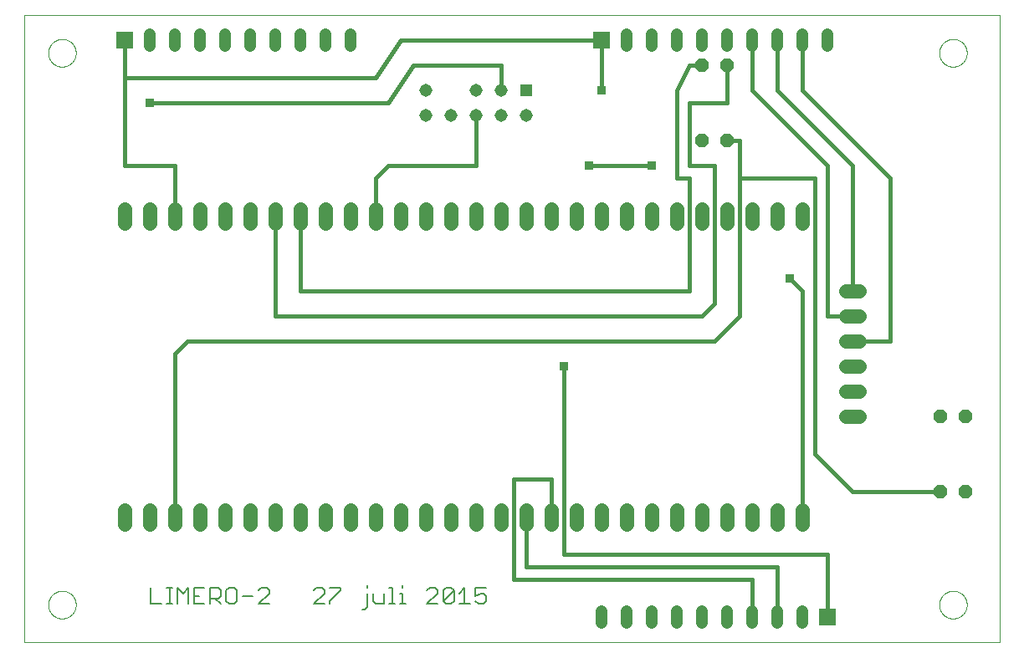
<source format=gtl>
G75*
%MOIN*%
%OFA0B0*%
%FSLAX25Y25*%
%IPPOS*%
%LPD*%
%AMOC8*
5,1,8,0,0,1.08239X$1,22.5*
%
%ADD10C,0.00000*%
%ADD11C,0.00600*%
%ADD12C,0.05543*%
%ADD13R,0.07000X0.07000*%
%ADD14C,0.04756*%
%ADD15C,0.05150*%
%ADD16R,0.05150X0.05150*%
%ADD17OC8,0.05200*%
%ADD18R,0.03562X0.03562*%
%ADD19C,0.01600*%
D10*
X0001000Y0008000D02*
X0001000Y0257961D01*
X0389701Y0257961D01*
X0389701Y0008000D01*
X0001000Y0008000D01*
X0010488Y0023000D02*
X0010490Y0023148D01*
X0010496Y0023296D01*
X0010506Y0023444D01*
X0010520Y0023591D01*
X0010538Y0023738D01*
X0010559Y0023884D01*
X0010585Y0024030D01*
X0010615Y0024175D01*
X0010648Y0024319D01*
X0010686Y0024462D01*
X0010727Y0024604D01*
X0010772Y0024745D01*
X0010820Y0024885D01*
X0010873Y0025024D01*
X0010929Y0025161D01*
X0010989Y0025296D01*
X0011052Y0025430D01*
X0011119Y0025562D01*
X0011190Y0025692D01*
X0011264Y0025820D01*
X0011341Y0025946D01*
X0011422Y0026070D01*
X0011506Y0026192D01*
X0011593Y0026311D01*
X0011684Y0026428D01*
X0011778Y0026543D01*
X0011874Y0026655D01*
X0011974Y0026765D01*
X0012076Y0026871D01*
X0012182Y0026975D01*
X0012290Y0027076D01*
X0012401Y0027174D01*
X0012514Y0027270D01*
X0012630Y0027362D01*
X0012748Y0027451D01*
X0012869Y0027536D01*
X0012992Y0027619D01*
X0013117Y0027698D01*
X0013244Y0027774D01*
X0013373Y0027846D01*
X0013504Y0027915D01*
X0013637Y0027980D01*
X0013772Y0028041D01*
X0013908Y0028099D01*
X0014045Y0028154D01*
X0014184Y0028204D01*
X0014325Y0028251D01*
X0014466Y0028294D01*
X0014609Y0028334D01*
X0014753Y0028369D01*
X0014897Y0028401D01*
X0015043Y0028428D01*
X0015189Y0028452D01*
X0015336Y0028472D01*
X0015483Y0028488D01*
X0015630Y0028500D01*
X0015778Y0028508D01*
X0015926Y0028512D01*
X0016074Y0028512D01*
X0016222Y0028508D01*
X0016370Y0028500D01*
X0016517Y0028488D01*
X0016664Y0028472D01*
X0016811Y0028452D01*
X0016957Y0028428D01*
X0017103Y0028401D01*
X0017247Y0028369D01*
X0017391Y0028334D01*
X0017534Y0028294D01*
X0017675Y0028251D01*
X0017816Y0028204D01*
X0017955Y0028154D01*
X0018092Y0028099D01*
X0018228Y0028041D01*
X0018363Y0027980D01*
X0018496Y0027915D01*
X0018627Y0027846D01*
X0018756Y0027774D01*
X0018883Y0027698D01*
X0019008Y0027619D01*
X0019131Y0027536D01*
X0019252Y0027451D01*
X0019370Y0027362D01*
X0019486Y0027270D01*
X0019599Y0027174D01*
X0019710Y0027076D01*
X0019818Y0026975D01*
X0019924Y0026871D01*
X0020026Y0026765D01*
X0020126Y0026655D01*
X0020222Y0026543D01*
X0020316Y0026428D01*
X0020407Y0026311D01*
X0020494Y0026192D01*
X0020578Y0026070D01*
X0020659Y0025946D01*
X0020736Y0025820D01*
X0020810Y0025692D01*
X0020881Y0025562D01*
X0020948Y0025430D01*
X0021011Y0025296D01*
X0021071Y0025161D01*
X0021127Y0025024D01*
X0021180Y0024885D01*
X0021228Y0024745D01*
X0021273Y0024604D01*
X0021314Y0024462D01*
X0021352Y0024319D01*
X0021385Y0024175D01*
X0021415Y0024030D01*
X0021441Y0023884D01*
X0021462Y0023738D01*
X0021480Y0023591D01*
X0021494Y0023444D01*
X0021504Y0023296D01*
X0021510Y0023148D01*
X0021512Y0023000D01*
X0021510Y0022852D01*
X0021504Y0022704D01*
X0021494Y0022556D01*
X0021480Y0022409D01*
X0021462Y0022262D01*
X0021441Y0022116D01*
X0021415Y0021970D01*
X0021385Y0021825D01*
X0021352Y0021681D01*
X0021314Y0021538D01*
X0021273Y0021396D01*
X0021228Y0021255D01*
X0021180Y0021115D01*
X0021127Y0020976D01*
X0021071Y0020839D01*
X0021011Y0020704D01*
X0020948Y0020570D01*
X0020881Y0020438D01*
X0020810Y0020308D01*
X0020736Y0020180D01*
X0020659Y0020054D01*
X0020578Y0019930D01*
X0020494Y0019808D01*
X0020407Y0019689D01*
X0020316Y0019572D01*
X0020222Y0019457D01*
X0020126Y0019345D01*
X0020026Y0019235D01*
X0019924Y0019129D01*
X0019818Y0019025D01*
X0019710Y0018924D01*
X0019599Y0018826D01*
X0019486Y0018730D01*
X0019370Y0018638D01*
X0019252Y0018549D01*
X0019131Y0018464D01*
X0019008Y0018381D01*
X0018883Y0018302D01*
X0018756Y0018226D01*
X0018627Y0018154D01*
X0018496Y0018085D01*
X0018363Y0018020D01*
X0018228Y0017959D01*
X0018092Y0017901D01*
X0017955Y0017846D01*
X0017816Y0017796D01*
X0017675Y0017749D01*
X0017534Y0017706D01*
X0017391Y0017666D01*
X0017247Y0017631D01*
X0017103Y0017599D01*
X0016957Y0017572D01*
X0016811Y0017548D01*
X0016664Y0017528D01*
X0016517Y0017512D01*
X0016370Y0017500D01*
X0016222Y0017492D01*
X0016074Y0017488D01*
X0015926Y0017488D01*
X0015778Y0017492D01*
X0015630Y0017500D01*
X0015483Y0017512D01*
X0015336Y0017528D01*
X0015189Y0017548D01*
X0015043Y0017572D01*
X0014897Y0017599D01*
X0014753Y0017631D01*
X0014609Y0017666D01*
X0014466Y0017706D01*
X0014325Y0017749D01*
X0014184Y0017796D01*
X0014045Y0017846D01*
X0013908Y0017901D01*
X0013772Y0017959D01*
X0013637Y0018020D01*
X0013504Y0018085D01*
X0013373Y0018154D01*
X0013244Y0018226D01*
X0013117Y0018302D01*
X0012992Y0018381D01*
X0012869Y0018464D01*
X0012748Y0018549D01*
X0012630Y0018638D01*
X0012514Y0018730D01*
X0012401Y0018826D01*
X0012290Y0018924D01*
X0012182Y0019025D01*
X0012076Y0019129D01*
X0011974Y0019235D01*
X0011874Y0019345D01*
X0011778Y0019457D01*
X0011684Y0019572D01*
X0011593Y0019689D01*
X0011506Y0019808D01*
X0011422Y0019930D01*
X0011341Y0020054D01*
X0011264Y0020180D01*
X0011190Y0020308D01*
X0011119Y0020438D01*
X0011052Y0020570D01*
X0010989Y0020704D01*
X0010929Y0020839D01*
X0010873Y0020976D01*
X0010820Y0021115D01*
X0010772Y0021255D01*
X0010727Y0021396D01*
X0010686Y0021538D01*
X0010648Y0021681D01*
X0010615Y0021825D01*
X0010585Y0021970D01*
X0010559Y0022116D01*
X0010538Y0022262D01*
X0010520Y0022409D01*
X0010506Y0022556D01*
X0010496Y0022704D01*
X0010490Y0022852D01*
X0010488Y0023000D01*
X0010488Y0243000D02*
X0010490Y0243148D01*
X0010496Y0243296D01*
X0010506Y0243444D01*
X0010520Y0243591D01*
X0010538Y0243738D01*
X0010559Y0243884D01*
X0010585Y0244030D01*
X0010615Y0244175D01*
X0010648Y0244319D01*
X0010686Y0244462D01*
X0010727Y0244604D01*
X0010772Y0244745D01*
X0010820Y0244885D01*
X0010873Y0245024D01*
X0010929Y0245161D01*
X0010989Y0245296D01*
X0011052Y0245430D01*
X0011119Y0245562D01*
X0011190Y0245692D01*
X0011264Y0245820D01*
X0011341Y0245946D01*
X0011422Y0246070D01*
X0011506Y0246192D01*
X0011593Y0246311D01*
X0011684Y0246428D01*
X0011778Y0246543D01*
X0011874Y0246655D01*
X0011974Y0246765D01*
X0012076Y0246871D01*
X0012182Y0246975D01*
X0012290Y0247076D01*
X0012401Y0247174D01*
X0012514Y0247270D01*
X0012630Y0247362D01*
X0012748Y0247451D01*
X0012869Y0247536D01*
X0012992Y0247619D01*
X0013117Y0247698D01*
X0013244Y0247774D01*
X0013373Y0247846D01*
X0013504Y0247915D01*
X0013637Y0247980D01*
X0013772Y0248041D01*
X0013908Y0248099D01*
X0014045Y0248154D01*
X0014184Y0248204D01*
X0014325Y0248251D01*
X0014466Y0248294D01*
X0014609Y0248334D01*
X0014753Y0248369D01*
X0014897Y0248401D01*
X0015043Y0248428D01*
X0015189Y0248452D01*
X0015336Y0248472D01*
X0015483Y0248488D01*
X0015630Y0248500D01*
X0015778Y0248508D01*
X0015926Y0248512D01*
X0016074Y0248512D01*
X0016222Y0248508D01*
X0016370Y0248500D01*
X0016517Y0248488D01*
X0016664Y0248472D01*
X0016811Y0248452D01*
X0016957Y0248428D01*
X0017103Y0248401D01*
X0017247Y0248369D01*
X0017391Y0248334D01*
X0017534Y0248294D01*
X0017675Y0248251D01*
X0017816Y0248204D01*
X0017955Y0248154D01*
X0018092Y0248099D01*
X0018228Y0248041D01*
X0018363Y0247980D01*
X0018496Y0247915D01*
X0018627Y0247846D01*
X0018756Y0247774D01*
X0018883Y0247698D01*
X0019008Y0247619D01*
X0019131Y0247536D01*
X0019252Y0247451D01*
X0019370Y0247362D01*
X0019486Y0247270D01*
X0019599Y0247174D01*
X0019710Y0247076D01*
X0019818Y0246975D01*
X0019924Y0246871D01*
X0020026Y0246765D01*
X0020126Y0246655D01*
X0020222Y0246543D01*
X0020316Y0246428D01*
X0020407Y0246311D01*
X0020494Y0246192D01*
X0020578Y0246070D01*
X0020659Y0245946D01*
X0020736Y0245820D01*
X0020810Y0245692D01*
X0020881Y0245562D01*
X0020948Y0245430D01*
X0021011Y0245296D01*
X0021071Y0245161D01*
X0021127Y0245024D01*
X0021180Y0244885D01*
X0021228Y0244745D01*
X0021273Y0244604D01*
X0021314Y0244462D01*
X0021352Y0244319D01*
X0021385Y0244175D01*
X0021415Y0244030D01*
X0021441Y0243884D01*
X0021462Y0243738D01*
X0021480Y0243591D01*
X0021494Y0243444D01*
X0021504Y0243296D01*
X0021510Y0243148D01*
X0021512Y0243000D01*
X0021510Y0242852D01*
X0021504Y0242704D01*
X0021494Y0242556D01*
X0021480Y0242409D01*
X0021462Y0242262D01*
X0021441Y0242116D01*
X0021415Y0241970D01*
X0021385Y0241825D01*
X0021352Y0241681D01*
X0021314Y0241538D01*
X0021273Y0241396D01*
X0021228Y0241255D01*
X0021180Y0241115D01*
X0021127Y0240976D01*
X0021071Y0240839D01*
X0021011Y0240704D01*
X0020948Y0240570D01*
X0020881Y0240438D01*
X0020810Y0240308D01*
X0020736Y0240180D01*
X0020659Y0240054D01*
X0020578Y0239930D01*
X0020494Y0239808D01*
X0020407Y0239689D01*
X0020316Y0239572D01*
X0020222Y0239457D01*
X0020126Y0239345D01*
X0020026Y0239235D01*
X0019924Y0239129D01*
X0019818Y0239025D01*
X0019710Y0238924D01*
X0019599Y0238826D01*
X0019486Y0238730D01*
X0019370Y0238638D01*
X0019252Y0238549D01*
X0019131Y0238464D01*
X0019008Y0238381D01*
X0018883Y0238302D01*
X0018756Y0238226D01*
X0018627Y0238154D01*
X0018496Y0238085D01*
X0018363Y0238020D01*
X0018228Y0237959D01*
X0018092Y0237901D01*
X0017955Y0237846D01*
X0017816Y0237796D01*
X0017675Y0237749D01*
X0017534Y0237706D01*
X0017391Y0237666D01*
X0017247Y0237631D01*
X0017103Y0237599D01*
X0016957Y0237572D01*
X0016811Y0237548D01*
X0016664Y0237528D01*
X0016517Y0237512D01*
X0016370Y0237500D01*
X0016222Y0237492D01*
X0016074Y0237488D01*
X0015926Y0237488D01*
X0015778Y0237492D01*
X0015630Y0237500D01*
X0015483Y0237512D01*
X0015336Y0237528D01*
X0015189Y0237548D01*
X0015043Y0237572D01*
X0014897Y0237599D01*
X0014753Y0237631D01*
X0014609Y0237666D01*
X0014466Y0237706D01*
X0014325Y0237749D01*
X0014184Y0237796D01*
X0014045Y0237846D01*
X0013908Y0237901D01*
X0013772Y0237959D01*
X0013637Y0238020D01*
X0013504Y0238085D01*
X0013373Y0238154D01*
X0013244Y0238226D01*
X0013117Y0238302D01*
X0012992Y0238381D01*
X0012869Y0238464D01*
X0012748Y0238549D01*
X0012630Y0238638D01*
X0012514Y0238730D01*
X0012401Y0238826D01*
X0012290Y0238924D01*
X0012182Y0239025D01*
X0012076Y0239129D01*
X0011974Y0239235D01*
X0011874Y0239345D01*
X0011778Y0239457D01*
X0011684Y0239572D01*
X0011593Y0239689D01*
X0011506Y0239808D01*
X0011422Y0239930D01*
X0011341Y0240054D01*
X0011264Y0240180D01*
X0011190Y0240308D01*
X0011119Y0240438D01*
X0011052Y0240570D01*
X0010989Y0240704D01*
X0010929Y0240839D01*
X0010873Y0240976D01*
X0010820Y0241115D01*
X0010772Y0241255D01*
X0010727Y0241396D01*
X0010686Y0241538D01*
X0010648Y0241681D01*
X0010615Y0241825D01*
X0010585Y0241970D01*
X0010559Y0242116D01*
X0010538Y0242262D01*
X0010520Y0242409D01*
X0010506Y0242556D01*
X0010496Y0242704D01*
X0010490Y0242852D01*
X0010488Y0243000D01*
X0365488Y0243000D02*
X0365490Y0243148D01*
X0365496Y0243296D01*
X0365506Y0243444D01*
X0365520Y0243591D01*
X0365538Y0243738D01*
X0365559Y0243884D01*
X0365585Y0244030D01*
X0365615Y0244175D01*
X0365648Y0244319D01*
X0365686Y0244462D01*
X0365727Y0244604D01*
X0365772Y0244745D01*
X0365820Y0244885D01*
X0365873Y0245024D01*
X0365929Y0245161D01*
X0365989Y0245296D01*
X0366052Y0245430D01*
X0366119Y0245562D01*
X0366190Y0245692D01*
X0366264Y0245820D01*
X0366341Y0245946D01*
X0366422Y0246070D01*
X0366506Y0246192D01*
X0366593Y0246311D01*
X0366684Y0246428D01*
X0366778Y0246543D01*
X0366874Y0246655D01*
X0366974Y0246765D01*
X0367076Y0246871D01*
X0367182Y0246975D01*
X0367290Y0247076D01*
X0367401Y0247174D01*
X0367514Y0247270D01*
X0367630Y0247362D01*
X0367748Y0247451D01*
X0367869Y0247536D01*
X0367992Y0247619D01*
X0368117Y0247698D01*
X0368244Y0247774D01*
X0368373Y0247846D01*
X0368504Y0247915D01*
X0368637Y0247980D01*
X0368772Y0248041D01*
X0368908Y0248099D01*
X0369045Y0248154D01*
X0369184Y0248204D01*
X0369325Y0248251D01*
X0369466Y0248294D01*
X0369609Y0248334D01*
X0369753Y0248369D01*
X0369897Y0248401D01*
X0370043Y0248428D01*
X0370189Y0248452D01*
X0370336Y0248472D01*
X0370483Y0248488D01*
X0370630Y0248500D01*
X0370778Y0248508D01*
X0370926Y0248512D01*
X0371074Y0248512D01*
X0371222Y0248508D01*
X0371370Y0248500D01*
X0371517Y0248488D01*
X0371664Y0248472D01*
X0371811Y0248452D01*
X0371957Y0248428D01*
X0372103Y0248401D01*
X0372247Y0248369D01*
X0372391Y0248334D01*
X0372534Y0248294D01*
X0372675Y0248251D01*
X0372816Y0248204D01*
X0372955Y0248154D01*
X0373092Y0248099D01*
X0373228Y0248041D01*
X0373363Y0247980D01*
X0373496Y0247915D01*
X0373627Y0247846D01*
X0373756Y0247774D01*
X0373883Y0247698D01*
X0374008Y0247619D01*
X0374131Y0247536D01*
X0374252Y0247451D01*
X0374370Y0247362D01*
X0374486Y0247270D01*
X0374599Y0247174D01*
X0374710Y0247076D01*
X0374818Y0246975D01*
X0374924Y0246871D01*
X0375026Y0246765D01*
X0375126Y0246655D01*
X0375222Y0246543D01*
X0375316Y0246428D01*
X0375407Y0246311D01*
X0375494Y0246192D01*
X0375578Y0246070D01*
X0375659Y0245946D01*
X0375736Y0245820D01*
X0375810Y0245692D01*
X0375881Y0245562D01*
X0375948Y0245430D01*
X0376011Y0245296D01*
X0376071Y0245161D01*
X0376127Y0245024D01*
X0376180Y0244885D01*
X0376228Y0244745D01*
X0376273Y0244604D01*
X0376314Y0244462D01*
X0376352Y0244319D01*
X0376385Y0244175D01*
X0376415Y0244030D01*
X0376441Y0243884D01*
X0376462Y0243738D01*
X0376480Y0243591D01*
X0376494Y0243444D01*
X0376504Y0243296D01*
X0376510Y0243148D01*
X0376512Y0243000D01*
X0376510Y0242852D01*
X0376504Y0242704D01*
X0376494Y0242556D01*
X0376480Y0242409D01*
X0376462Y0242262D01*
X0376441Y0242116D01*
X0376415Y0241970D01*
X0376385Y0241825D01*
X0376352Y0241681D01*
X0376314Y0241538D01*
X0376273Y0241396D01*
X0376228Y0241255D01*
X0376180Y0241115D01*
X0376127Y0240976D01*
X0376071Y0240839D01*
X0376011Y0240704D01*
X0375948Y0240570D01*
X0375881Y0240438D01*
X0375810Y0240308D01*
X0375736Y0240180D01*
X0375659Y0240054D01*
X0375578Y0239930D01*
X0375494Y0239808D01*
X0375407Y0239689D01*
X0375316Y0239572D01*
X0375222Y0239457D01*
X0375126Y0239345D01*
X0375026Y0239235D01*
X0374924Y0239129D01*
X0374818Y0239025D01*
X0374710Y0238924D01*
X0374599Y0238826D01*
X0374486Y0238730D01*
X0374370Y0238638D01*
X0374252Y0238549D01*
X0374131Y0238464D01*
X0374008Y0238381D01*
X0373883Y0238302D01*
X0373756Y0238226D01*
X0373627Y0238154D01*
X0373496Y0238085D01*
X0373363Y0238020D01*
X0373228Y0237959D01*
X0373092Y0237901D01*
X0372955Y0237846D01*
X0372816Y0237796D01*
X0372675Y0237749D01*
X0372534Y0237706D01*
X0372391Y0237666D01*
X0372247Y0237631D01*
X0372103Y0237599D01*
X0371957Y0237572D01*
X0371811Y0237548D01*
X0371664Y0237528D01*
X0371517Y0237512D01*
X0371370Y0237500D01*
X0371222Y0237492D01*
X0371074Y0237488D01*
X0370926Y0237488D01*
X0370778Y0237492D01*
X0370630Y0237500D01*
X0370483Y0237512D01*
X0370336Y0237528D01*
X0370189Y0237548D01*
X0370043Y0237572D01*
X0369897Y0237599D01*
X0369753Y0237631D01*
X0369609Y0237666D01*
X0369466Y0237706D01*
X0369325Y0237749D01*
X0369184Y0237796D01*
X0369045Y0237846D01*
X0368908Y0237901D01*
X0368772Y0237959D01*
X0368637Y0238020D01*
X0368504Y0238085D01*
X0368373Y0238154D01*
X0368244Y0238226D01*
X0368117Y0238302D01*
X0367992Y0238381D01*
X0367869Y0238464D01*
X0367748Y0238549D01*
X0367630Y0238638D01*
X0367514Y0238730D01*
X0367401Y0238826D01*
X0367290Y0238924D01*
X0367182Y0239025D01*
X0367076Y0239129D01*
X0366974Y0239235D01*
X0366874Y0239345D01*
X0366778Y0239457D01*
X0366684Y0239572D01*
X0366593Y0239689D01*
X0366506Y0239808D01*
X0366422Y0239930D01*
X0366341Y0240054D01*
X0366264Y0240180D01*
X0366190Y0240308D01*
X0366119Y0240438D01*
X0366052Y0240570D01*
X0365989Y0240704D01*
X0365929Y0240839D01*
X0365873Y0240976D01*
X0365820Y0241115D01*
X0365772Y0241255D01*
X0365727Y0241396D01*
X0365686Y0241538D01*
X0365648Y0241681D01*
X0365615Y0241825D01*
X0365585Y0241970D01*
X0365559Y0242116D01*
X0365538Y0242262D01*
X0365520Y0242409D01*
X0365506Y0242556D01*
X0365496Y0242704D01*
X0365490Y0242852D01*
X0365488Y0243000D01*
X0365488Y0023000D02*
X0365490Y0023148D01*
X0365496Y0023296D01*
X0365506Y0023444D01*
X0365520Y0023591D01*
X0365538Y0023738D01*
X0365559Y0023884D01*
X0365585Y0024030D01*
X0365615Y0024175D01*
X0365648Y0024319D01*
X0365686Y0024462D01*
X0365727Y0024604D01*
X0365772Y0024745D01*
X0365820Y0024885D01*
X0365873Y0025024D01*
X0365929Y0025161D01*
X0365989Y0025296D01*
X0366052Y0025430D01*
X0366119Y0025562D01*
X0366190Y0025692D01*
X0366264Y0025820D01*
X0366341Y0025946D01*
X0366422Y0026070D01*
X0366506Y0026192D01*
X0366593Y0026311D01*
X0366684Y0026428D01*
X0366778Y0026543D01*
X0366874Y0026655D01*
X0366974Y0026765D01*
X0367076Y0026871D01*
X0367182Y0026975D01*
X0367290Y0027076D01*
X0367401Y0027174D01*
X0367514Y0027270D01*
X0367630Y0027362D01*
X0367748Y0027451D01*
X0367869Y0027536D01*
X0367992Y0027619D01*
X0368117Y0027698D01*
X0368244Y0027774D01*
X0368373Y0027846D01*
X0368504Y0027915D01*
X0368637Y0027980D01*
X0368772Y0028041D01*
X0368908Y0028099D01*
X0369045Y0028154D01*
X0369184Y0028204D01*
X0369325Y0028251D01*
X0369466Y0028294D01*
X0369609Y0028334D01*
X0369753Y0028369D01*
X0369897Y0028401D01*
X0370043Y0028428D01*
X0370189Y0028452D01*
X0370336Y0028472D01*
X0370483Y0028488D01*
X0370630Y0028500D01*
X0370778Y0028508D01*
X0370926Y0028512D01*
X0371074Y0028512D01*
X0371222Y0028508D01*
X0371370Y0028500D01*
X0371517Y0028488D01*
X0371664Y0028472D01*
X0371811Y0028452D01*
X0371957Y0028428D01*
X0372103Y0028401D01*
X0372247Y0028369D01*
X0372391Y0028334D01*
X0372534Y0028294D01*
X0372675Y0028251D01*
X0372816Y0028204D01*
X0372955Y0028154D01*
X0373092Y0028099D01*
X0373228Y0028041D01*
X0373363Y0027980D01*
X0373496Y0027915D01*
X0373627Y0027846D01*
X0373756Y0027774D01*
X0373883Y0027698D01*
X0374008Y0027619D01*
X0374131Y0027536D01*
X0374252Y0027451D01*
X0374370Y0027362D01*
X0374486Y0027270D01*
X0374599Y0027174D01*
X0374710Y0027076D01*
X0374818Y0026975D01*
X0374924Y0026871D01*
X0375026Y0026765D01*
X0375126Y0026655D01*
X0375222Y0026543D01*
X0375316Y0026428D01*
X0375407Y0026311D01*
X0375494Y0026192D01*
X0375578Y0026070D01*
X0375659Y0025946D01*
X0375736Y0025820D01*
X0375810Y0025692D01*
X0375881Y0025562D01*
X0375948Y0025430D01*
X0376011Y0025296D01*
X0376071Y0025161D01*
X0376127Y0025024D01*
X0376180Y0024885D01*
X0376228Y0024745D01*
X0376273Y0024604D01*
X0376314Y0024462D01*
X0376352Y0024319D01*
X0376385Y0024175D01*
X0376415Y0024030D01*
X0376441Y0023884D01*
X0376462Y0023738D01*
X0376480Y0023591D01*
X0376494Y0023444D01*
X0376504Y0023296D01*
X0376510Y0023148D01*
X0376512Y0023000D01*
X0376510Y0022852D01*
X0376504Y0022704D01*
X0376494Y0022556D01*
X0376480Y0022409D01*
X0376462Y0022262D01*
X0376441Y0022116D01*
X0376415Y0021970D01*
X0376385Y0021825D01*
X0376352Y0021681D01*
X0376314Y0021538D01*
X0376273Y0021396D01*
X0376228Y0021255D01*
X0376180Y0021115D01*
X0376127Y0020976D01*
X0376071Y0020839D01*
X0376011Y0020704D01*
X0375948Y0020570D01*
X0375881Y0020438D01*
X0375810Y0020308D01*
X0375736Y0020180D01*
X0375659Y0020054D01*
X0375578Y0019930D01*
X0375494Y0019808D01*
X0375407Y0019689D01*
X0375316Y0019572D01*
X0375222Y0019457D01*
X0375126Y0019345D01*
X0375026Y0019235D01*
X0374924Y0019129D01*
X0374818Y0019025D01*
X0374710Y0018924D01*
X0374599Y0018826D01*
X0374486Y0018730D01*
X0374370Y0018638D01*
X0374252Y0018549D01*
X0374131Y0018464D01*
X0374008Y0018381D01*
X0373883Y0018302D01*
X0373756Y0018226D01*
X0373627Y0018154D01*
X0373496Y0018085D01*
X0373363Y0018020D01*
X0373228Y0017959D01*
X0373092Y0017901D01*
X0372955Y0017846D01*
X0372816Y0017796D01*
X0372675Y0017749D01*
X0372534Y0017706D01*
X0372391Y0017666D01*
X0372247Y0017631D01*
X0372103Y0017599D01*
X0371957Y0017572D01*
X0371811Y0017548D01*
X0371664Y0017528D01*
X0371517Y0017512D01*
X0371370Y0017500D01*
X0371222Y0017492D01*
X0371074Y0017488D01*
X0370926Y0017488D01*
X0370778Y0017492D01*
X0370630Y0017500D01*
X0370483Y0017512D01*
X0370336Y0017528D01*
X0370189Y0017548D01*
X0370043Y0017572D01*
X0369897Y0017599D01*
X0369753Y0017631D01*
X0369609Y0017666D01*
X0369466Y0017706D01*
X0369325Y0017749D01*
X0369184Y0017796D01*
X0369045Y0017846D01*
X0368908Y0017901D01*
X0368772Y0017959D01*
X0368637Y0018020D01*
X0368504Y0018085D01*
X0368373Y0018154D01*
X0368244Y0018226D01*
X0368117Y0018302D01*
X0367992Y0018381D01*
X0367869Y0018464D01*
X0367748Y0018549D01*
X0367630Y0018638D01*
X0367514Y0018730D01*
X0367401Y0018826D01*
X0367290Y0018924D01*
X0367182Y0019025D01*
X0367076Y0019129D01*
X0366974Y0019235D01*
X0366874Y0019345D01*
X0366778Y0019457D01*
X0366684Y0019572D01*
X0366593Y0019689D01*
X0366506Y0019808D01*
X0366422Y0019930D01*
X0366341Y0020054D01*
X0366264Y0020180D01*
X0366190Y0020308D01*
X0366119Y0020438D01*
X0366052Y0020570D01*
X0365989Y0020704D01*
X0365929Y0020839D01*
X0365873Y0020976D01*
X0365820Y0021115D01*
X0365772Y0021255D01*
X0365727Y0021396D01*
X0365686Y0021538D01*
X0365648Y0021681D01*
X0365615Y0021825D01*
X0365585Y0021970D01*
X0365559Y0022116D01*
X0365538Y0022262D01*
X0365520Y0022409D01*
X0365506Y0022556D01*
X0365496Y0022704D01*
X0365490Y0022852D01*
X0365488Y0023000D01*
D11*
X0185025Y0024368D02*
X0183958Y0023300D01*
X0181823Y0023300D01*
X0180755Y0024368D01*
X0180755Y0026503D02*
X0182890Y0027570D01*
X0183958Y0027570D01*
X0185025Y0026503D01*
X0185025Y0024368D01*
X0180755Y0026503D02*
X0180755Y0029705D01*
X0185025Y0029705D01*
X0176445Y0029705D02*
X0176445Y0023300D01*
X0178580Y0023300D02*
X0174309Y0023300D01*
X0172134Y0024368D02*
X0171067Y0023300D01*
X0168932Y0023300D01*
X0167864Y0024368D01*
X0172134Y0028638D01*
X0172134Y0024368D01*
X0174309Y0027570D02*
X0176445Y0029705D01*
X0172134Y0028638D02*
X0171067Y0029705D01*
X0168932Y0029705D01*
X0167864Y0028638D01*
X0167864Y0024368D01*
X0165689Y0023300D02*
X0161418Y0023300D01*
X0165689Y0027570D01*
X0165689Y0028638D01*
X0164621Y0029705D01*
X0162486Y0029705D01*
X0161418Y0028638D01*
X0152811Y0023300D02*
X0150676Y0023300D01*
X0151744Y0023300D02*
X0151744Y0027570D01*
X0150676Y0027570D01*
X0151744Y0029705D02*
X0151744Y0030773D01*
X0147447Y0029705D02*
X0147447Y0023300D01*
X0148514Y0023300D02*
X0146379Y0023300D01*
X0144204Y0023300D02*
X0144204Y0027570D01*
X0146379Y0029705D02*
X0147447Y0029705D01*
X0139933Y0027570D02*
X0139933Y0024368D01*
X0141001Y0023300D01*
X0144204Y0023300D01*
X0137772Y0022232D02*
X0137772Y0027570D01*
X0137772Y0029705D02*
X0137772Y0030773D01*
X0137772Y0022232D02*
X0136704Y0021165D01*
X0135636Y0021165D01*
X0127016Y0028638D02*
X0122745Y0024368D01*
X0122745Y0023300D01*
X0120570Y0023300D02*
X0116300Y0023300D01*
X0120570Y0027570D01*
X0120570Y0028638D01*
X0119503Y0029705D01*
X0117368Y0029705D01*
X0116300Y0028638D01*
X0122745Y0029705D02*
X0127016Y0029705D01*
X0127016Y0028638D01*
X0098540Y0028638D02*
X0097473Y0029705D01*
X0095338Y0029705D01*
X0094270Y0028638D01*
X0092095Y0026503D02*
X0087824Y0026503D01*
X0085649Y0028638D02*
X0084582Y0029705D01*
X0082447Y0029705D01*
X0081379Y0028638D01*
X0081379Y0024368D01*
X0082447Y0023300D01*
X0084582Y0023300D01*
X0085649Y0024368D01*
X0085649Y0028638D01*
X0079204Y0028638D02*
X0079204Y0026503D01*
X0078136Y0025435D01*
X0074933Y0025435D01*
X0074933Y0023300D02*
X0074933Y0029705D01*
X0078136Y0029705D01*
X0079204Y0028638D01*
X0077069Y0025435D02*
X0079204Y0023300D01*
X0072758Y0023300D02*
X0068488Y0023300D01*
X0068488Y0029705D01*
X0072758Y0029705D01*
X0070623Y0026503D02*
X0068488Y0026503D01*
X0066313Y0029705D02*
X0066313Y0023300D01*
X0062042Y0023300D02*
X0062042Y0029705D01*
X0064178Y0027570D01*
X0066313Y0029705D01*
X0059881Y0029705D02*
X0057745Y0029705D01*
X0058813Y0029705D02*
X0058813Y0023300D01*
X0057745Y0023300D02*
X0059881Y0023300D01*
X0055570Y0023300D02*
X0051300Y0023300D01*
X0051300Y0029705D01*
X0094270Y0023300D02*
X0098540Y0027570D01*
X0098540Y0028638D01*
X0098540Y0023300D02*
X0094270Y0023300D01*
D12*
X0091000Y0055228D02*
X0091000Y0060772D01*
X0101000Y0060772D02*
X0101000Y0055228D01*
X0111000Y0055228D02*
X0111000Y0060772D01*
X0121000Y0060772D02*
X0121000Y0055228D01*
X0131000Y0055228D02*
X0131000Y0060772D01*
X0141000Y0060772D02*
X0141000Y0055228D01*
X0151000Y0055228D02*
X0151000Y0060772D01*
X0161000Y0060772D02*
X0161000Y0055228D01*
X0171000Y0055228D02*
X0171000Y0060772D01*
X0181000Y0060772D02*
X0181000Y0055228D01*
X0191000Y0055228D02*
X0191000Y0060772D01*
X0201000Y0060772D02*
X0201000Y0055228D01*
X0211000Y0055228D02*
X0211000Y0060772D01*
X0221000Y0060772D02*
X0221000Y0055228D01*
X0231000Y0055228D02*
X0231000Y0060772D01*
X0241000Y0060772D02*
X0241000Y0055228D01*
X0251000Y0055228D02*
X0251000Y0060772D01*
X0261000Y0060772D02*
X0261000Y0055228D01*
X0271000Y0055228D02*
X0271000Y0060772D01*
X0281000Y0060772D02*
X0281000Y0055228D01*
X0291000Y0055228D02*
X0291000Y0060772D01*
X0301000Y0060772D02*
X0301000Y0055228D01*
X0311000Y0055228D02*
X0311000Y0060772D01*
X0328228Y0098000D02*
X0333772Y0098000D01*
X0333772Y0108000D02*
X0328228Y0108000D01*
X0328228Y0118000D02*
X0333772Y0118000D01*
X0333772Y0128000D02*
X0328228Y0128000D01*
X0328228Y0138000D02*
X0333772Y0138000D01*
X0333772Y0148000D02*
X0328228Y0148000D01*
X0311000Y0175228D02*
X0311000Y0180772D01*
X0301000Y0180772D02*
X0301000Y0175228D01*
X0291000Y0175228D02*
X0291000Y0180772D01*
X0281000Y0180772D02*
X0281000Y0175228D01*
X0271000Y0175228D02*
X0271000Y0180772D01*
X0261000Y0180772D02*
X0261000Y0175228D01*
X0251000Y0175228D02*
X0251000Y0180772D01*
X0241000Y0180772D02*
X0241000Y0175228D01*
X0231000Y0175228D02*
X0231000Y0180772D01*
X0221000Y0180772D02*
X0221000Y0175228D01*
X0211000Y0175228D02*
X0211000Y0180772D01*
X0201000Y0180772D02*
X0201000Y0175228D01*
X0191000Y0175228D02*
X0191000Y0180772D01*
X0181000Y0180772D02*
X0181000Y0175228D01*
X0171000Y0175228D02*
X0171000Y0180772D01*
X0161000Y0180772D02*
X0161000Y0175228D01*
X0151000Y0175228D02*
X0151000Y0180772D01*
X0141000Y0180772D02*
X0141000Y0175228D01*
X0131000Y0175228D02*
X0131000Y0180772D01*
X0121000Y0180772D02*
X0121000Y0175228D01*
X0111000Y0175228D02*
X0111000Y0180772D01*
X0101000Y0180772D02*
X0101000Y0175228D01*
X0091000Y0175228D02*
X0091000Y0180772D01*
X0081000Y0180772D02*
X0081000Y0175228D01*
X0071000Y0175228D02*
X0071000Y0180772D01*
X0061000Y0180772D02*
X0061000Y0175228D01*
X0051000Y0175228D02*
X0051000Y0180772D01*
X0041000Y0180772D02*
X0041000Y0175228D01*
X0041000Y0060772D02*
X0041000Y0055228D01*
X0051000Y0055228D02*
X0051000Y0060772D01*
X0061000Y0060772D02*
X0061000Y0055228D01*
X0071000Y0055228D02*
X0071000Y0060772D01*
X0081000Y0060772D02*
X0081000Y0055228D01*
D13*
X0321000Y0018000D03*
X0231000Y0248000D03*
X0041000Y0248000D03*
D14*
X0051000Y0250378D02*
X0051000Y0245622D01*
X0061000Y0245622D02*
X0061000Y0250378D01*
X0071000Y0250378D02*
X0071000Y0245622D01*
X0081000Y0245622D02*
X0081000Y0250378D01*
X0091000Y0250378D02*
X0091000Y0245622D01*
X0101000Y0245622D02*
X0101000Y0250378D01*
X0111000Y0250378D02*
X0111000Y0245622D01*
X0121000Y0245622D02*
X0121000Y0250378D01*
X0131000Y0250378D02*
X0131000Y0245622D01*
X0241000Y0245622D02*
X0241000Y0250378D01*
X0251000Y0250378D02*
X0251000Y0245622D01*
X0261000Y0245622D02*
X0261000Y0250378D01*
X0271000Y0250378D02*
X0271000Y0245622D01*
X0281000Y0245622D02*
X0281000Y0250378D01*
X0291000Y0250378D02*
X0291000Y0245622D01*
X0301000Y0245622D02*
X0301000Y0250378D01*
X0311000Y0250378D02*
X0311000Y0245622D01*
X0321000Y0245622D02*
X0321000Y0250378D01*
X0311000Y0020378D02*
X0311000Y0015622D01*
X0301000Y0015622D02*
X0301000Y0020378D01*
X0291000Y0020378D02*
X0291000Y0015622D01*
X0281000Y0015622D02*
X0281000Y0020378D01*
X0271000Y0020378D02*
X0271000Y0015622D01*
X0261000Y0015622D02*
X0261000Y0020378D01*
X0251000Y0020378D02*
X0251000Y0015622D01*
X0241000Y0015622D02*
X0241000Y0020378D01*
X0231000Y0020378D02*
X0231000Y0015622D01*
D15*
X0201000Y0218000D03*
X0191000Y0218000D03*
X0181000Y0218000D03*
X0171000Y0218000D03*
X0161000Y0218000D03*
X0161000Y0228000D03*
X0181000Y0228000D03*
X0191000Y0228000D03*
D16*
X0201000Y0228000D03*
D17*
X0271000Y0238000D03*
X0281000Y0238000D03*
X0281000Y0208000D03*
X0271000Y0208000D03*
X0366000Y0098000D03*
X0376000Y0098000D03*
X0376000Y0068000D03*
X0366000Y0068000D03*
D18*
X0306000Y0153000D03*
X0251000Y0198000D03*
X0226000Y0198000D03*
X0231000Y0228000D03*
X0216000Y0118000D03*
X0051000Y0223000D03*
D19*
X0146000Y0223000D01*
X0156000Y0238000D01*
X0191000Y0238000D01*
X0191000Y0228000D01*
X0181000Y0218000D02*
X0181000Y0198000D01*
X0146000Y0198000D01*
X0141000Y0193000D01*
X0141000Y0178000D01*
X0111000Y0178000D02*
X0111000Y0148000D01*
X0266000Y0148000D01*
X0266000Y0193000D01*
X0261000Y0193000D01*
X0261000Y0228000D01*
X0266000Y0238000D01*
X0271000Y0238000D01*
X0281000Y0238000D02*
X0281000Y0223000D01*
X0266000Y0223000D01*
X0266000Y0198000D01*
X0276000Y0198000D01*
X0276000Y0143000D01*
X0271000Y0138000D01*
X0101000Y0138000D01*
X0101000Y0178000D01*
X0061000Y0178000D02*
X0061000Y0198000D01*
X0041000Y0198000D01*
X0041000Y0233000D01*
X0041000Y0248000D01*
X0041000Y0233000D02*
X0141000Y0233000D01*
X0151000Y0248000D01*
X0231000Y0248000D01*
X0231000Y0228000D01*
X0226000Y0198000D02*
X0251000Y0198000D01*
X0281000Y0208000D02*
X0286000Y0208000D01*
X0286000Y0193000D01*
X0316000Y0193000D01*
X0316000Y0083000D01*
X0331000Y0068000D01*
X0366000Y0068000D01*
X0321000Y0043000D02*
X0216000Y0043000D01*
X0216000Y0118000D01*
X0276000Y0128000D02*
X0286000Y0138000D01*
X0286000Y0193000D01*
X0321000Y0198000D02*
X0321000Y0138000D01*
X0331000Y0138000D01*
X0331000Y0128000D02*
X0346000Y0128000D01*
X0346000Y0193000D01*
X0311000Y0228000D01*
X0311000Y0248000D01*
X0301000Y0248000D02*
X0301000Y0228000D01*
X0331000Y0198000D01*
X0331000Y0148000D01*
X0311000Y0148000D02*
X0306000Y0153000D01*
X0311000Y0148000D02*
X0311000Y0058000D01*
X0321000Y0043000D02*
X0321000Y0018000D01*
X0301000Y0018000D02*
X0301000Y0038000D01*
X0201000Y0038000D01*
X0201000Y0058000D01*
X0211000Y0058000D02*
X0211000Y0073000D01*
X0196000Y0073000D01*
X0196000Y0033000D01*
X0291000Y0033000D01*
X0291000Y0018000D01*
X0276000Y0128000D02*
X0066000Y0128000D01*
X0061000Y0123000D01*
X0061000Y0058000D01*
X0291000Y0228000D02*
X0321000Y0198000D01*
X0291000Y0228000D02*
X0291000Y0248000D01*
M02*

</source>
